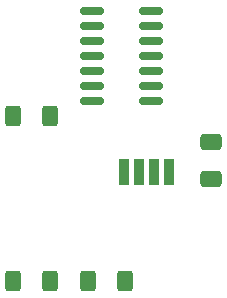
<source format=gtp>
%TF.GenerationSoftware,KiCad,Pcbnew,7.0.1*%
%TF.CreationDate,2023-10-30T09:30:19+01:00*%
%TF.ProjectId,opto-counter,6f70746f-2d63-46f7-956e-7465722e6b69,rev?*%
%TF.SameCoordinates,Original*%
%TF.FileFunction,Paste,Top*%
%TF.FilePolarity,Positive*%
%FSLAX46Y46*%
G04 Gerber Fmt 4.6, Leading zero omitted, Abs format (unit mm)*
G04 Created by KiCad (PCBNEW 7.0.1) date 2023-10-30 09:30:19*
%MOMM*%
%LPD*%
G01*
G04 APERTURE LIST*
G04 Aperture macros list*
%AMRoundRect*
0 Rectangle with rounded corners*
0 $1 Rounding radius*
0 $2 $3 $4 $5 $6 $7 $8 $9 X,Y pos of 4 corners*
0 Add a 4 corners polygon primitive as box body*
4,1,4,$2,$3,$4,$5,$6,$7,$8,$9,$2,$3,0*
0 Add four circle primitives for the rounded corners*
1,1,$1+$1,$2,$3*
1,1,$1+$1,$4,$5*
1,1,$1+$1,$6,$7*
1,1,$1+$1,$8,$9*
0 Add four rect primitives between the rounded corners*
20,1,$1+$1,$2,$3,$4,$5,0*
20,1,$1+$1,$4,$5,$6,$7,0*
20,1,$1+$1,$6,$7,$8,$9,0*
20,1,$1+$1,$8,$9,$2,$3,0*%
G04 Aperture macros list end*
%ADD10RoundRect,0.250000X0.650000X-0.412500X0.650000X0.412500X-0.650000X0.412500X-0.650000X-0.412500X0*%
%ADD11RoundRect,0.250000X-0.400000X-0.625000X0.400000X-0.625000X0.400000X0.625000X-0.400000X0.625000X0*%
%ADD12RoundRect,0.250000X0.400000X0.625000X-0.400000X0.625000X-0.400000X-0.625000X0.400000X-0.625000X0*%
%ADD13RoundRect,0.150000X0.825000X0.150000X-0.825000X0.150000X-0.825000X-0.150000X0.825000X-0.150000X0*%
%ADD14R,0.900000X2.200000*%
G04 APERTURE END LIST*
D10*
%TO.C,C1*%
X82550000Y-39662500D03*
X82550000Y-36537500D03*
%TD*%
D11*
%TO.C,R1*%
X72110000Y-48260000D03*
X75210000Y-48260000D03*
%TD*%
%TO.C,R2*%
X65760000Y-34290000D03*
X68860000Y-34290000D03*
%TD*%
D12*
%TO.C,R3*%
X68860000Y-48260000D03*
X65760000Y-48260000D03*
%TD*%
D13*
%TO.C,U1*%
X77405000Y-33020000D03*
X77405000Y-31750000D03*
X77405000Y-30480000D03*
X77405000Y-29210000D03*
X77405000Y-27940000D03*
X77405000Y-26670000D03*
X77405000Y-25400000D03*
X72455000Y-25400000D03*
X72455000Y-26670000D03*
X72455000Y-27940000D03*
X72455000Y-29210000D03*
X72455000Y-30480000D03*
X72455000Y-31750000D03*
X72455000Y-33020000D03*
%TD*%
D14*
%TO.C,U2*%
X75145000Y-39100000D03*
X76415000Y-39100000D03*
X77685000Y-39100000D03*
X78955000Y-39100000D03*
%TD*%
M02*

</source>
